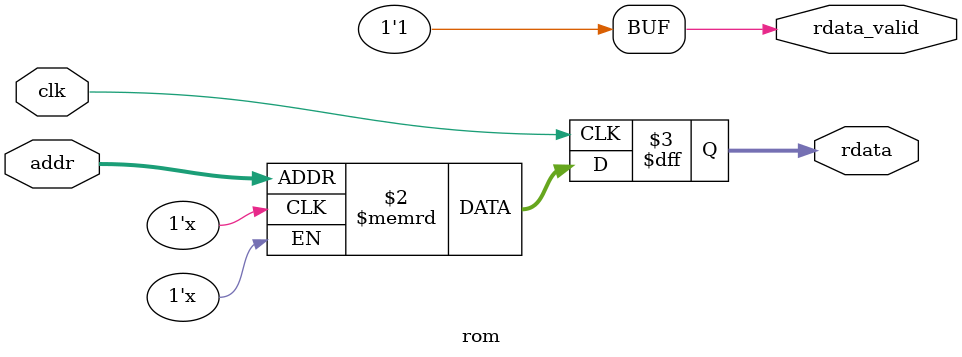
<source format=sv>
module rom
  #(parameter DATA_WIDTH=32, parameter ADDR_WIDTH=10)
   (
    input logic [(ADDR_WIDTH-1):0]  addr,
    input logic 		    clk,
    output logic [(DATA_WIDTH-1):0] rdata,
    output logic 		    rdata_valid
    );


   `ifdef SIMULATION
   logic [DATA_WIDTH-1:0] rom[2**ADDR_WIDTH-1:0];
   initial
     begin
	// initialisation de la ROM avec le fichier d'initialisation
	$readmemh("../../rom/rom_data.txt", rom);
     end
   `else
   (* ram_init_file = "../rom/rom_data.mif" *) logic [DATA_WIDTH-1:0] rom[2**ADDR_WIDTH-1:0];
   `endif


   always @ (posedge clk)
     begin
	rdata <= rom[addr];
     end

   assign rdata_valid = 1'b1;

endmodule

</source>
